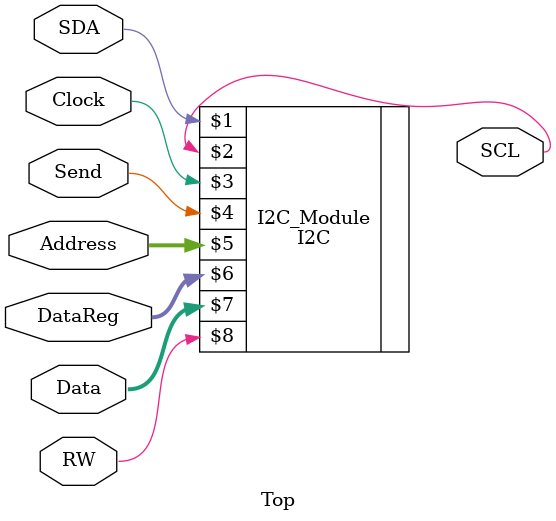
<source format=v>
`timescale 1ns / 1ps


module Top(

    //General use signals
    input Clock,
    
    //PWM signals
    //input [7:0] DutySelect,
    //output PWM_Gen
    
    //I2C signals
    inout SDA,
    output SCL,
    input Send,
    input [6:0] Address,
    input [7:0] DataReg,
    input [7:0] Data,
    input RW

    );
    
    //Define PWM generator
    //PWM PWM_Module(PWM_Gen, Clock, DutySelect);
    
    //Define I2C module
    I2C I2C_Module(SDA, SCL, Clock, Send, Address, DataReg, Data, RW);
    
    
    
endmodule

</source>
